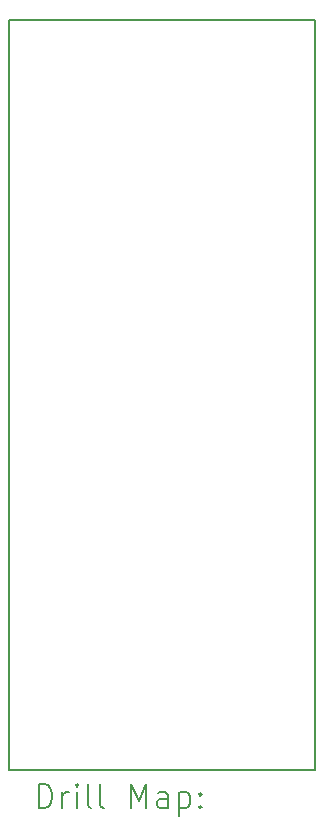
<source format=gbr>
%TF.GenerationSoftware,KiCad,Pcbnew,8.0.7*%
%TF.CreationDate,2025-04-29T18:28:44-03:00*%
%TF.ProjectId,ads_headstage_breadboard_v2,6164735f-6865-4616-9473-746167655f62,rev?*%
%TF.SameCoordinates,Original*%
%TF.FileFunction,Drillmap*%
%TF.FilePolarity,Positive*%
%FSLAX45Y45*%
G04 Gerber Fmt 4.5, Leading zero omitted, Abs format (unit mm)*
G04 Created by KiCad (PCBNEW 8.0.7) date 2025-04-29 18:28:44*
%MOMM*%
%LPD*%
G01*
G04 APERTURE LIST*
%ADD10C,0.150000*%
%ADD11C,0.200000*%
G04 APERTURE END LIST*
D10*
X10515600Y-7112000D02*
X13106400Y-7112000D01*
X13106400Y-13462000D01*
X10515600Y-13462000D01*
X10515600Y-7112000D01*
D11*
X10768877Y-13780984D02*
X10768877Y-13580984D01*
X10768877Y-13580984D02*
X10816496Y-13580984D01*
X10816496Y-13580984D02*
X10845067Y-13590508D01*
X10845067Y-13590508D02*
X10864115Y-13609555D01*
X10864115Y-13609555D02*
X10873639Y-13628603D01*
X10873639Y-13628603D02*
X10883163Y-13666698D01*
X10883163Y-13666698D02*
X10883163Y-13695269D01*
X10883163Y-13695269D02*
X10873639Y-13733365D01*
X10873639Y-13733365D02*
X10864115Y-13752412D01*
X10864115Y-13752412D02*
X10845067Y-13771460D01*
X10845067Y-13771460D02*
X10816496Y-13780984D01*
X10816496Y-13780984D02*
X10768877Y-13780984D01*
X10968877Y-13780984D02*
X10968877Y-13647650D01*
X10968877Y-13685746D02*
X10978401Y-13666698D01*
X10978401Y-13666698D02*
X10987924Y-13657174D01*
X10987924Y-13657174D02*
X11006972Y-13647650D01*
X11006972Y-13647650D02*
X11026020Y-13647650D01*
X11092686Y-13780984D02*
X11092686Y-13647650D01*
X11092686Y-13580984D02*
X11083163Y-13590508D01*
X11083163Y-13590508D02*
X11092686Y-13600031D01*
X11092686Y-13600031D02*
X11102210Y-13590508D01*
X11102210Y-13590508D02*
X11092686Y-13580984D01*
X11092686Y-13580984D02*
X11092686Y-13600031D01*
X11216496Y-13780984D02*
X11197448Y-13771460D01*
X11197448Y-13771460D02*
X11187924Y-13752412D01*
X11187924Y-13752412D02*
X11187924Y-13580984D01*
X11321258Y-13780984D02*
X11302210Y-13771460D01*
X11302210Y-13771460D02*
X11292686Y-13752412D01*
X11292686Y-13752412D02*
X11292686Y-13580984D01*
X11549829Y-13780984D02*
X11549829Y-13580984D01*
X11549829Y-13580984D02*
X11616496Y-13723841D01*
X11616496Y-13723841D02*
X11683162Y-13580984D01*
X11683162Y-13580984D02*
X11683162Y-13780984D01*
X11864115Y-13780984D02*
X11864115Y-13676222D01*
X11864115Y-13676222D02*
X11854591Y-13657174D01*
X11854591Y-13657174D02*
X11835543Y-13647650D01*
X11835543Y-13647650D02*
X11797448Y-13647650D01*
X11797448Y-13647650D02*
X11778401Y-13657174D01*
X11864115Y-13771460D02*
X11845067Y-13780984D01*
X11845067Y-13780984D02*
X11797448Y-13780984D01*
X11797448Y-13780984D02*
X11778401Y-13771460D01*
X11778401Y-13771460D02*
X11768877Y-13752412D01*
X11768877Y-13752412D02*
X11768877Y-13733365D01*
X11768877Y-13733365D02*
X11778401Y-13714317D01*
X11778401Y-13714317D02*
X11797448Y-13704793D01*
X11797448Y-13704793D02*
X11845067Y-13704793D01*
X11845067Y-13704793D02*
X11864115Y-13695269D01*
X11959353Y-13647650D02*
X11959353Y-13847650D01*
X11959353Y-13657174D02*
X11978401Y-13647650D01*
X11978401Y-13647650D02*
X12016496Y-13647650D01*
X12016496Y-13647650D02*
X12035543Y-13657174D01*
X12035543Y-13657174D02*
X12045067Y-13666698D01*
X12045067Y-13666698D02*
X12054591Y-13685746D01*
X12054591Y-13685746D02*
X12054591Y-13742888D01*
X12054591Y-13742888D02*
X12045067Y-13761936D01*
X12045067Y-13761936D02*
X12035543Y-13771460D01*
X12035543Y-13771460D02*
X12016496Y-13780984D01*
X12016496Y-13780984D02*
X11978401Y-13780984D01*
X11978401Y-13780984D02*
X11959353Y-13771460D01*
X12140305Y-13761936D02*
X12149829Y-13771460D01*
X12149829Y-13771460D02*
X12140305Y-13780984D01*
X12140305Y-13780984D02*
X12130782Y-13771460D01*
X12130782Y-13771460D02*
X12140305Y-13761936D01*
X12140305Y-13761936D02*
X12140305Y-13780984D01*
X12140305Y-13657174D02*
X12149829Y-13666698D01*
X12149829Y-13666698D02*
X12140305Y-13676222D01*
X12140305Y-13676222D02*
X12130782Y-13666698D01*
X12130782Y-13666698D02*
X12140305Y-13657174D01*
X12140305Y-13657174D02*
X12140305Y-13676222D01*
M02*

</source>
